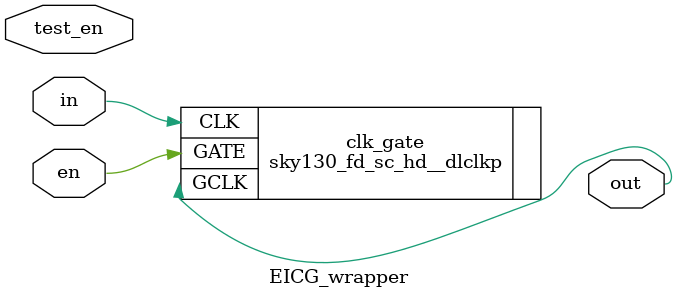
<source format=v>
/* verilator lint_off UNOPTFLAT */

module EICG_wrapper(
  output wire out,
  input  wire en,
  input  wire test_en,
  input  wire in
);
  
  /*
  reg en_latched //verilator clock_enable;

  always @(*) begin
     if (!in) begin
        en_latched = en || test_en;
     end
  end

  */
  sky130_fd_sc_hd__dlclkp clk_gate (.GCLK(out), .GATE(en), .CLK(in));

endmodule

</source>
